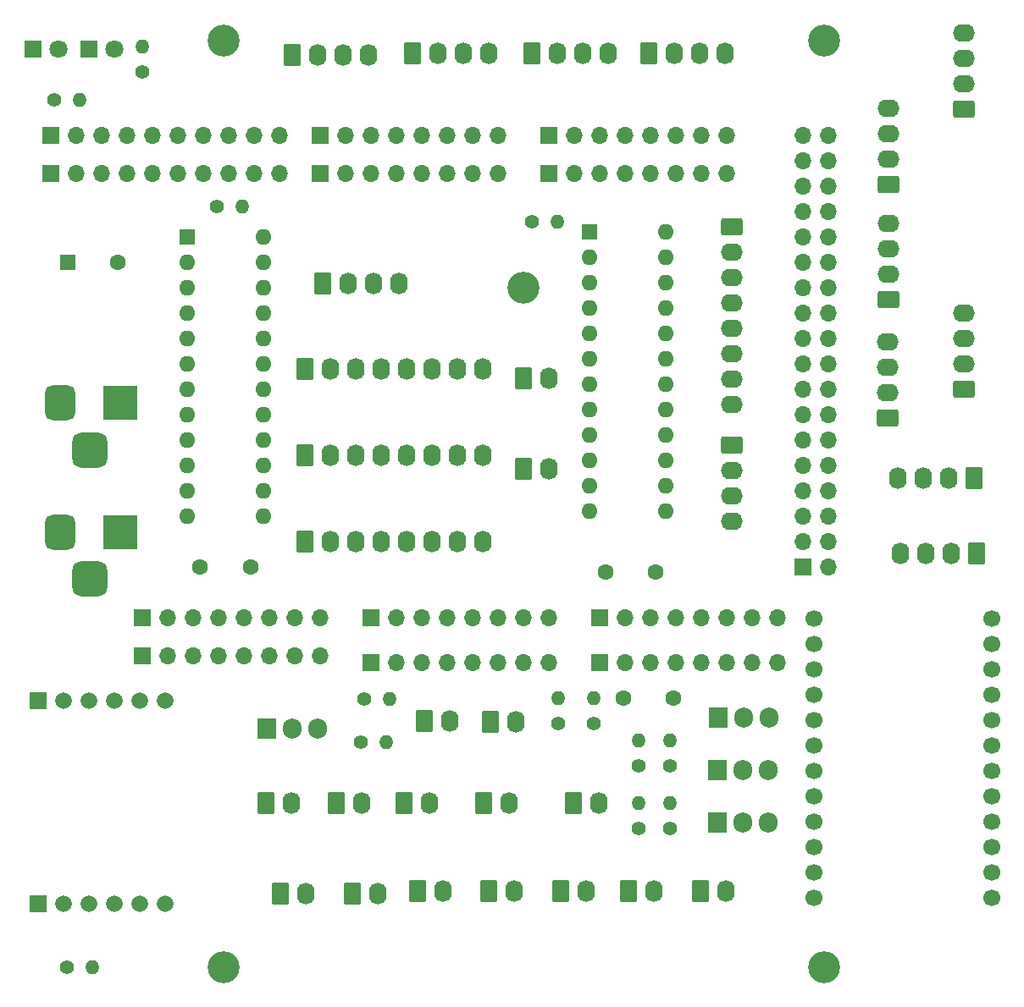
<source format=gbr>
%TF.GenerationSoftware,KiCad,Pcbnew,8.0.3*%
%TF.CreationDate,2024-11-29T12:56:50+10:00*%
%TF.ProjectId,Right Console Output,52696768-7420-4436-9f6e-736f6c65204f,rev?*%
%TF.SameCoordinates,Original*%
%TF.FileFunction,Soldermask,Top*%
%TF.FilePolarity,Negative*%
%FSLAX46Y46*%
G04 Gerber Fmt 4.6, Leading zero omitted, Abs format (unit mm)*
G04 Created by KiCad (PCBNEW 8.0.3) date 2024-11-29 12:56:50*
%MOMM*%
%LPD*%
G01*
G04 APERTURE LIST*
G04 Aperture macros list*
%AMRoundRect*
0 Rectangle with rounded corners*
0 $1 Rounding radius*
0 $2 $3 $4 $5 $6 $7 $8 $9 X,Y pos of 4 corners*
0 Add a 4 corners polygon primitive as box body*
4,1,4,$2,$3,$4,$5,$6,$7,$8,$9,$2,$3,0*
0 Add four circle primitives for the rounded corners*
1,1,$1+$1,$2,$3*
1,1,$1+$1,$4,$5*
1,1,$1+$1,$6,$7*
1,1,$1+$1,$8,$9*
0 Add four rect primitives between the rounded corners*
20,1,$1+$1,$2,$3,$4,$5,0*
20,1,$1+$1,$4,$5,$6,$7,0*
20,1,$1+$1,$6,$7,$8,$9,0*
20,1,$1+$1,$8,$9,$2,$3,0*%
G04 Aperture macros list end*
%ADD10C,1.400000*%
%ADD11O,1.400000X1.400000*%
%ADD12R,1.905000X2.000000*%
%ADD13O,1.905000X2.000000*%
%ADD14RoundRect,0.250000X-0.620000X-0.845000X0.620000X-0.845000X0.620000X0.845000X-0.620000X0.845000X0*%
%ADD15O,1.740000X2.190000*%
%ADD16R,1.700000X1.700000*%
%ADD17O,1.700000X1.700000*%
%ADD18C,1.600000*%
%ADD19RoundRect,0.250000X-0.845000X0.620000X-0.845000X-0.620000X0.845000X-0.620000X0.845000X0.620000X0*%
%ADD20O,2.190000X1.740000*%
%ADD21RoundRect,0.250000X0.620000X0.845000X-0.620000X0.845000X-0.620000X-0.845000X0.620000X-0.845000X0*%
%ADD22RoundRect,0.250000X0.845000X-0.620000X0.845000X0.620000X-0.845000X0.620000X-0.845000X-0.620000X0*%
%ADD23C,3.200000*%
%ADD24C,1.700000*%
%ADD25R,1.600000X1.600000*%
%ADD26O,1.600000X1.600000*%
%ADD27R,3.500000X3.500000*%
%ADD28RoundRect,0.750000X-0.750000X-1.000000X0.750000X-1.000000X0.750000X1.000000X-0.750000X1.000000X0*%
%ADD29RoundRect,0.875000X-0.875000X-0.875000X0.875000X-0.875000X0.875000X0.875000X-0.875000X0.875000X0*%
%ADD30R,1.800000X1.800000*%
%ADD31C,1.800000*%
%ADD32R,1.665000X1.665000*%
%ADD33C,1.665000*%
G04 APERTURE END LIST*
D10*
%TO.C,R13*%
X180650000Y-112220000D03*
D11*
X180650000Y-109680000D03*
%TD*%
D10*
%TO.C,R12*%
X177500000Y-112220000D03*
D11*
X177500000Y-109680000D03*
%TD*%
D10*
%TO.C,R11*%
X180650000Y-118500000D03*
D11*
X180650000Y-115960000D03*
%TD*%
D10*
%TO.C,R10*%
X177500000Y-118500000D03*
D11*
X177500000Y-115960000D03*
%TD*%
D12*
%TO.C,Q4*%
X185420000Y-112695000D03*
D13*
X187960000Y-112695000D03*
X190500000Y-112695000D03*
%TD*%
D12*
%TO.C,Q3*%
X185420000Y-117945000D03*
D13*
X187960000Y-117945000D03*
X190500000Y-117945000D03*
%TD*%
D14*
%TO.C,J4*%
X162000000Y-116000000D03*
D15*
X164540000Y-116000000D03*
%TD*%
D14*
%TO.C,J1*%
X171000000Y-116020000D03*
D15*
X173540000Y-116020000D03*
%TD*%
D16*
%TO.C,J45*%
X193980000Y-92380000D03*
D17*
X196520000Y-92380000D03*
X193980000Y-89840000D03*
X196520000Y-89840000D03*
X193980000Y-87300000D03*
X196520000Y-87300000D03*
X193980000Y-84760000D03*
X196520000Y-84760000D03*
X193980000Y-82220000D03*
X196520000Y-82220000D03*
X193980000Y-79680000D03*
X196520000Y-79680000D03*
X193980000Y-77140000D03*
X196520000Y-77140000D03*
X193980000Y-74600000D03*
X196520000Y-74600000D03*
X193980000Y-72060000D03*
X196520000Y-72060000D03*
X193980000Y-69520000D03*
X196520000Y-69520000D03*
X193980000Y-66980000D03*
X196520000Y-66980000D03*
X193980000Y-64440000D03*
X196520000Y-64440000D03*
X193980000Y-61900000D03*
X196520000Y-61900000D03*
X193980000Y-59360000D03*
X196520000Y-59360000D03*
X193980000Y-56820000D03*
X196520000Y-56820000D03*
X193980000Y-54280000D03*
X196520000Y-54280000D03*
X193980000Y-51740000D03*
X196520000Y-51740000D03*
X193980000Y-49200000D03*
X196520000Y-49200000D03*
%TD*%
D16*
%TO.C,J42*%
X127940000Y-97460000D03*
D17*
X130480000Y-97460000D03*
X133020000Y-97460000D03*
X135560000Y-97460000D03*
X138100000Y-97460000D03*
X140640000Y-97460000D03*
X143180000Y-97460000D03*
X145720000Y-97460000D03*
%TD*%
D16*
%TO.C,J43*%
X150800000Y-97460000D03*
D17*
X153340000Y-97460000D03*
X155880000Y-97460000D03*
X158420000Y-97460000D03*
X160960000Y-97460000D03*
X163500000Y-97460000D03*
X166040000Y-97460000D03*
X168580000Y-97460000D03*
%TD*%
D16*
%TO.C,J44*%
X173660000Y-97460000D03*
D17*
X176200000Y-97460000D03*
X178740000Y-97460000D03*
X181280000Y-97460000D03*
X183820000Y-97460000D03*
X186360000Y-97460000D03*
X188900000Y-97460000D03*
X191440000Y-97460000D03*
%TD*%
D16*
%TO.C,J46*%
X118796000Y-49200000D03*
D17*
X121336000Y-49200000D03*
X123876000Y-49200000D03*
X126416000Y-49200000D03*
X128956000Y-49200000D03*
X131496000Y-49200000D03*
X134036000Y-49200000D03*
X136576000Y-49200000D03*
X139116000Y-49200000D03*
X141656000Y-49200000D03*
%TD*%
D16*
%TO.C,J47*%
X145720000Y-49200000D03*
D17*
X148260000Y-49200000D03*
X150800000Y-49200000D03*
X153340000Y-49200000D03*
X155880000Y-49200000D03*
X158420000Y-49200000D03*
X160960000Y-49200000D03*
X163500000Y-49200000D03*
%TD*%
D16*
%TO.C,J48*%
X168580000Y-49200000D03*
D17*
X171120000Y-49200000D03*
X173660000Y-49200000D03*
X176200000Y-49200000D03*
X178740000Y-49200000D03*
X181280000Y-49200000D03*
X183820000Y-49200000D03*
X186360000Y-49200000D03*
%TD*%
D18*
%TO.C,C3*%
X179208000Y-92888000D03*
X174208000Y-92888000D03*
%TD*%
D10*
%TO.C,R4*%
X119100000Y-45644000D03*
D11*
X121640000Y-45644000D03*
%TD*%
D10*
%TO.C,R9*%
X149775000Y-109850000D03*
D11*
X152315000Y-109850000D03*
%TD*%
D19*
%TO.C,J55*%
X186868000Y-58344000D03*
D20*
X186868000Y-60884000D03*
X186868000Y-63424000D03*
X186868000Y-65964000D03*
X186868000Y-68504000D03*
X186868000Y-71044000D03*
X186868000Y-73584000D03*
X186868000Y-76124000D03*
%TD*%
D21*
%TO.C,J59*%
X211080000Y-83500000D03*
D15*
X208540000Y-83500000D03*
X206000000Y-83500000D03*
X203460000Y-83500000D03*
%TD*%
D22*
%TO.C,J35*%
X202372000Y-77445000D03*
D20*
X202372000Y-74905000D03*
X202372000Y-72365000D03*
X202372000Y-69825000D03*
%TD*%
D10*
%TO.C,R5*%
X120325000Y-132385000D03*
D11*
X122865000Y-132385000D03*
%TD*%
D14*
%TO.C,J12*%
X162730000Y-107870000D03*
D15*
X165270000Y-107870000D03*
%TD*%
D22*
%TO.C,J39*%
X202500000Y-54120000D03*
D20*
X202500000Y-51580000D03*
X202500000Y-49040000D03*
X202500000Y-46500000D03*
%TD*%
D16*
%TO.C,J33*%
X173660000Y-101905000D03*
D17*
X176200000Y-101905000D03*
X178740000Y-101905000D03*
X181280000Y-101905000D03*
X183820000Y-101905000D03*
X186360000Y-101905000D03*
X188900000Y-101905000D03*
X191440000Y-101905000D03*
%TD*%
D12*
%TO.C,Q2*%
X140370000Y-108515000D03*
D13*
X142910000Y-108515000D03*
X145450000Y-108515000D03*
%TD*%
D14*
%TO.C,J53*%
X165960000Y-73500000D03*
D15*
X168500000Y-73500000D03*
%TD*%
D23*
%TO.C,H2*%
X196020000Y-132385000D03*
%TD*%
D14*
%TO.C,J51*%
X145974000Y-63952000D03*
D15*
X148514000Y-63952000D03*
X151054000Y-63952000D03*
X153594000Y-63952000D03*
%TD*%
%TO.C,J18*%
X144270000Y-125020000D03*
D14*
X141730000Y-125020000D03*
%TD*%
D16*
%TO.C,J41*%
X127940000Y-101270000D03*
D17*
X130480000Y-101270000D03*
X133020000Y-101270000D03*
X135560000Y-101270000D03*
X138100000Y-101270000D03*
X140640000Y-101270000D03*
X143180000Y-101270000D03*
X145720000Y-101270000D03*
%TD*%
D14*
%TO.C,J49*%
X144196000Y-81204000D03*
D15*
X146736000Y-81204000D03*
X149276000Y-81204000D03*
X151816000Y-81204000D03*
X154356000Y-81204000D03*
X156896000Y-81204000D03*
X159436000Y-81204000D03*
X161976000Y-81204000D03*
%TD*%
D10*
%TO.C,R8*%
X150075000Y-105600000D03*
D11*
X152615000Y-105600000D03*
%TD*%
D15*
%TO.C,J14*%
X179068000Y-124814000D03*
D14*
X176528000Y-124814000D03*
%TD*%
D10*
%TO.C,R6*%
X135356000Y-56312000D03*
D11*
X137896000Y-56312000D03*
%TD*%
D18*
%TO.C,C1*%
X133695000Y-92380000D03*
X138695000Y-92380000D03*
%TD*%
D15*
%TO.C,J9*%
X186198000Y-124814000D03*
D14*
X183658000Y-124814000D03*
%TD*%
%TO.C,J40*%
X154880000Y-41000000D03*
D15*
X157420000Y-41000000D03*
X159960000Y-41000000D03*
X162500000Y-41000000D03*
%TD*%
D24*
%TO.C,U4*%
X195000000Y-97500000D03*
X195000000Y-100040000D03*
X195000000Y-102580000D03*
X195000000Y-105120000D03*
X195000000Y-107660000D03*
X195000000Y-110200000D03*
X195000000Y-112740000D03*
X195000000Y-115280000D03*
X195000000Y-117820000D03*
X195000000Y-120360000D03*
X195000000Y-122900000D03*
X195000000Y-125440000D03*
X212780000Y-125440000D03*
X212780000Y-122900000D03*
X212780000Y-120360000D03*
X212780000Y-117820000D03*
X212780000Y-115280000D03*
X212780000Y-112740000D03*
X212780000Y-110200000D03*
X212780000Y-107660000D03*
X212780000Y-105120000D03*
X212780000Y-102580000D03*
X212780000Y-100040000D03*
X212780000Y-97500000D03*
%TD*%
D22*
%TO.C,J58*%
X210000000Y-74540000D03*
D20*
X210000000Y-72000000D03*
X210000000Y-69460000D03*
X210000000Y-66920000D03*
%TD*%
D25*
%TO.C,U2*%
X132385000Y-59360000D03*
D26*
X132385000Y-61900000D03*
X132385000Y-64440000D03*
X132385000Y-66980000D03*
X132385000Y-69520000D03*
X132385000Y-72060000D03*
X132385000Y-74600000D03*
X132385000Y-77140000D03*
X132385000Y-79680000D03*
X132385000Y-82220000D03*
X132385000Y-84760000D03*
X132385000Y-87300000D03*
X140005000Y-87300000D03*
X140005000Y-84760000D03*
X140005000Y-82220000D03*
X140005000Y-79680000D03*
X140005000Y-77140000D03*
X140005000Y-74600000D03*
X140005000Y-72060000D03*
X140005000Y-69520000D03*
X140005000Y-66980000D03*
X140005000Y-64440000D03*
X140005000Y-61900000D03*
X140005000Y-59360000D03*
%TD*%
D14*
%TO.C,J52*%
X144196000Y-72568000D03*
D15*
X146736000Y-72568000D03*
X149276000Y-72568000D03*
X151816000Y-72568000D03*
X154356000Y-72568000D03*
X156896000Y-72568000D03*
X159436000Y-72568000D03*
X161976000Y-72568000D03*
%TD*%
%TO.C,J19*%
X172228000Y-124794000D03*
D14*
X169688000Y-124794000D03*
%TD*%
D10*
%TO.C,R1*%
X169500000Y-108000000D03*
D11*
X169500000Y-105460000D03*
%TD*%
D14*
%TO.C,J34*%
X142926000Y-41092000D03*
D15*
X145466000Y-41092000D03*
X148006000Y-41092000D03*
X150546000Y-41092000D03*
%TD*%
D14*
%TO.C,J8*%
X147260000Y-116020000D03*
D15*
X149800000Y-116020000D03*
%TD*%
D14*
%TO.C,J5*%
X140230000Y-116020000D03*
D15*
X142770000Y-116020000D03*
%TD*%
%TO.C,J6*%
X157968000Y-124794000D03*
D14*
X155428000Y-124794000D03*
%TD*%
D15*
%TO.C,J3*%
X165098000Y-124794000D03*
D14*
X162558000Y-124794000D03*
%TD*%
D23*
%TO.C,H3*%
X196020000Y-39675000D03*
%TD*%
D16*
%TO.C,J26*%
X168580000Y-53010000D03*
D17*
X171120000Y-53010000D03*
X173660000Y-53010000D03*
X176200000Y-53010000D03*
X178740000Y-53010000D03*
X181280000Y-53010000D03*
X183820000Y-53010000D03*
X186360000Y-53010000D03*
%TD*%
D15*
%TO.C,J2*%
X151400000Y-125020000D03*
D14*
X148860000Y-125020000D03*
%TD*%
D19*
%TO.C,J56*%
X186868000Y-80188000D03*
D20*
X186868000Y-82728000D03*
X186868000Y-85268000D03*
X186868000Y-87808000D03*
%TD*%
D14*
%TO.C,J37*%
X166880000Y-41000000D03*
D15*
X169420000Y-41000000D03*
X171960000Y-41000000D03*
X174500000Y-41000000D03*
%TD*%
D14*
%TO.C,J7*%
X156105000Y-107795000D03*
D15*
X158645000Y-107795000D03*
%TD*%
D10*
%TO.C,R7*%
X166852000Y-57836000D03*
D11*
X169392000Y-57836000D03*
%TD*%
D27*
%TO.C,J22*%
X125660000Y-88882500D03*
D28*
X119660000Y-88882500D03*
D29*
X122660000Y-93582500D03*
%TD*%
D16*
%TO.C,J25*%
X145720000Y-53010000D03*
D17*
X148260000Y-53010000D03*
X150800000Y-53010000D03*
X153340000Y-53010000D03*
X155880000Y-53010000D03*
X158420000Y-53010000D03*
X160960000Y-53010000D03*
X163500000Y-53010000D03*
%TD*%
D16*
%TO.C,J32*%
X150800000Y-101905000D03*
D17*
X153340000Y-101905000D03*
X155880000Y-101905000D03*
X158420000Y-101905000D03*
X160960000Y-101905000D03*
X163500000Y-101905000D03*
X166040000Y-101905000D03*
X168580000Y-101905000D03*
%TD*%
D25*
%TO.C,C4*%
X120457300Y-61900000D03*
D18*
X125457300Y-61900000D03*
%TD*%
D14*
%TO.C,J54*%
X166000000Y-82500000D03*
D15*
X168540000Y-82500000D03*
%TD*%
D14*
%TO.C,J13*%
X154035000Y-116020000D03*
D15*
X156575000Y-116020000D03*
%TD*%
D22*
%TO.C,J36*%
X202500000Y-65577000D03*
D20*
X202500000Y-63037000D03*
X202500000Y-60497000D03*
X202500000Y-57957000D03*
%TD*%
D12*
%TO.C,Q1*%
X185460000Y-107445000D03*
D13*
X188000000Y-107445000D03*
X190540000Y-107445000D03*
%TD*%
D21*
%TO.C,J60*%
X211310000Y-90980000D03*
D15*
X208770000Y-90980000D03*
X206230000Y-90980000D03*
X203690000Y-90980000D03*
%TD*%
D30*
%TO.C,D1*%
X122601000Y-40564000D03*
D31*
X125141000Y-40564000D03*
%TD*%
D27*
%TO.C,J20*%
X125660000Y-75945000D03*
D28*
X119660000Y-75945000D03*
D29*
X122660000Y-80645000D03*
%TD*%
D25*
%TO.C,U3*%
X172644000Y-58852000D03*
D26*
X172644000Y-61392000D03*
X172644000Y-63932000D03*
X172644000Y-66472000D03*
X172644000Y-69012000D03*
X172644000Y-71552000D03*
X172644000Y-74092000D03*
X172644000Y-76632000D03*
X172644000Y-79172000D03*
X172644000Y-81712000D03*
X172644000Y-84252000D03*
X172644000Y-86792000D03*
X180264000Y-86792000D03*
X180264000Y-84252000D03*
X180264000Y-81712000D03*
X180264000Y-79172000D03*
X180264000Y-76632000D03*
X180264000Y-74092000D03*
X180264000Y-71552000D03*
X180264000Y-69012000D03*
X180264000Y-66472000D03*
X180264000Y-63932000D03*
X180264000Y-61392000D03*
X180264000Y-58852000D03*
%TD*%
D10*
%TO.C,R3*%
X127940000Y-42800000D03*
D11*
X127940000Y-40260000D03*
%TD*%
D22*
%TO.C,J57*%
X210000000Y-46540000D03*
D20*
X210000000Y-44000000D03*
X210000000Y-41460000D03*
X210000000Y-38920000D03*
%TD*%
D14*
%TO.C,J38*%
X178500000Y-41000000D03*
D15*
X181040000Y-41000000D03*
X183580000Y-41000000D03*
X186120000Y-41000000D03*
%TD*%
D23*
%TO.C,MH1*%
X166040000Y-64440000D03*
%TD*%
D32*
%TO.C,U1*%
X117495000Y-126035000D03*
D33*
X120035000Y-126035000D03*
X122575000Y-126035000D03*
X125115000Y-126035000D03*
X127655000Y-126035000D03*
X130195000Y-126035000D03*
D32*
X117495000Y-105715000D03*
D33*
X120035000Y-105715000D03*
X122575000Y-105715000D03*
X125115000Y-105715000D03*
X127655000Y-105715000D03*
X130195000Y-105715000D03*
%TD*%
D16*
%TO.C,J24*%
X118796000Y-52985000D03*
D17*
X121336000Y-52985000D03*
X123876000Y-52985000D03*
X126416000Y-52985000D03*
X128956000Y-52985000D03*
X131496000Y-52985000D03*
X134036000Y-52985000D03*
X136576000Y-52985000D03*
X139116000Y-52985000D03*
X141656000Y-52985000D03*
%TD*%
D23*
%TO.C,H1*%
X136020000Y-132385000D03*
%TD*%
D10*
%TO.C,R2*%
X173000000Y-108000000D03*
D11*
X173000000Y-105460000D03*
%TD*%
D30*
%TO.C,D2*%
X117013000Y-40564000D03*
D31*
X119553000Y-40564000D03*
%TD*%
D18*
%TO.C,C2*%
X176000000Y-105500000D03*
X181000000Y-105500000D03*
%TD*%
D14*
%TO.C,J50*%
X144196000Y-89840000D03*
D15*
X146736000Y-89840000D03*
X149276000Y-89840000D03*
X151816000Y-89840000D03*
X154356000Y-89840000D03*
X156896000Y-89840000D03*
X159436000Y-89840000D03*
X161976000Y-89840000D03*
%TD*%
D23*
%TO.C,H4*%
X136020000Y-39675000D03*
%TD*%
M02*

</source>
